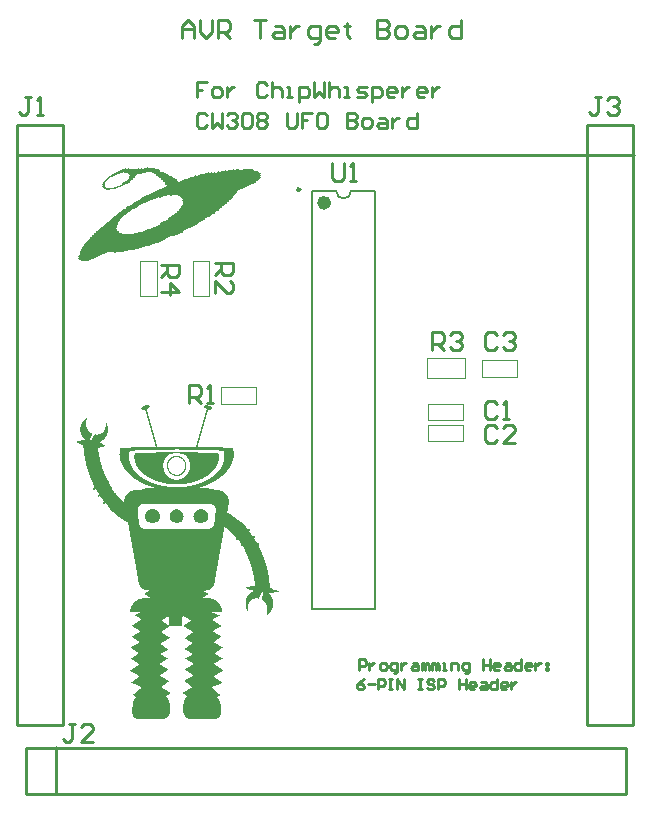
<source format=gto>
G04 Layer_Color=65535*
%FSLAX25Y25*%
%MOIN*%
G70*
G01*
G75*
%ADD17C,0.01000*%
%ADD29C,0.02362*%
%ADD30C,0.00984*%
%ADD31C,0.00787*%
%ADD32C,0.00394*%
G36*
X349809Y319917D02*
X350794D01*
Y319588D01*
X351123D01*
Y319260D01*
Y318931D01*
X350794D01*
Y318603D01*
X349809D01*
Y318274D01*
Y317946D01*
X349480D01*
Y317617D01*
Y317289D01*
Y316960D01*
X349152D01*
Y316632D01*
Y316303D01*
Y315975D01*
Y315646D01*
X348823D01*
Y315318D01*
Y314989D01*
Y314661D01*
X348495D01*
Y314332D01*
Y314004D01*
Y313675D01*
Y313347D01*
X348166D01*
Y313018D01*
Y312690D01*
Y312361D01*
X347838D01*
Y312033D01*
Y311704D01*
Y311376D01*
Y311047D01*
X347509D01*
Y310719D01*
Y310390D01*
Y310062D01*
X347181D01*
Y309733D01*
Y309405D01*
Y309076D01*
Y308748D01*
X346852D01*
Y308419D01*
Y308091D01*
Y307762D01*
X346524D01*
Y307434D01*
Y307105D01*
Y306777D01*
Y306448D01*
X354736D01*
Y306120D01*
X358021D01*
Y305791D01*
Y305463D01*
Y305134D01*
X358349D01*
Y304806D01*
Y304477D01*
Y304149D01*
Y303820D01*
Y303492D01*
Y303164D01*
Y302835D01*
Y302506D01*
X358021D01*
Y302178D01*
Y301850D01*
Y301521D01*
X357693D01*
Y301192D01*
Y300864D01*
Y300535D01*
X357364D01*
Y300207D01*
Y299879D01*
X357035D01*
Y299550D01*
Y299221D01*
X356707D01*
Y298893D01*
X356379D01*
Y298565D01*
X356050D01*
Y298236D01*
Y297907D01*
X355721D01*
Y297579D01*
X355393D01*
Y297251D01*
X355065D01*
Y296922D01*
X354736D01*
Y296594D01*
X354079D01*
Y296265D01*
X353751D01*
Y295937D01*
X353422D01*
Y295608D01*
X352765D01*
Y295280D01*
X352437D01*
Y294951D01*
X351780D01*
Y294623D01*
X351123D01*
Y294294D01*
X350466D01*
Y293966D01*
X349809D01*
Y293637D01*
X349152D01*
Y293309D01*
X348166D01*
Y292980D01*
X347181D01*
Y292652D01*
X350137D01*
Y292323D01*
X351780D01*
Y291995D01*
X353751D01*
Y291666D01*
X354736D01*
Y291338D01*
X355065D01*
Y291009D01*
X355393D01*
Y290681D01*
X355721D01*
Y290352D01*
X356050D01*
Y290024D01*
X356379D01*
Y289695D01*
Y289367D01*
Y289038D01*
X356707D01*
Y288710D01*
Y288381D01*
Y288053D01*
Y287724D01*
Y287396D01*
Y287067D01*
X356379D01*
Y286739D01*
Y286410D01*
Y286082D01*
Y285753D01*
Y285425D01*
Y285096D01*
X356050D01*
Y284768D01*
Y284439D01*
X356707D01*
Y284111D01*
X357364D01*
Y283782D01*
X357693D01*
Y283454D01*
X358021D01*
Y283125D01*
X358678D01*
Y282797D01*
X359007D01*
Y282468D01*
X359335D01*
Y282140D01*
X359992D01*
Y281811D01*
X360320D01*
Y281483D01*
X360649D01*
Y281154D01*
X360977D01*
Y280826D01*
X361306D01*
Y280497D01*
X361634D01*
Y280169D01*
X361963D01*
Y279840D01*
X362291D01*
Y279512D01*
X362620D01*
Y279183D01*
X362948D01*
Y278855D01*
X363934D01*
Y278526D01*
Y278198D01*
X363605D01*
Y277869D01*
X363934D01*
Y277541D01*
X364262D01*
Y277212D01*
Y276884D01*
X364591D01*
Y276555D01*
X365576D01*
Y276227D01*
Y275898D01*
X365248D01*
Y275570D01*
X365576D01*
Y275241D01*
Y274913D01*
X365905D01*
Y274584D01*
X366233D01*
Y274256D01*
X366890D01*
Y273927D01*
Y273599D01*
Y273270D01*
Y272942D01*
Y272613D01*
X367219D01*
Y272285D01*
Y271956D01*
X367547D01*
Y271628D01*
Y271300D01*
X367876D01*
Y270971D01*
Y270642D01*
Y270314D01*
X368204D01*
Y269986D01*
Y269657D01*
X368533D01*
Y269328D01*
Y269000D01*
Y268671D01*
X368861D01*
Y268343D01*
Y268015D01*
Y267686D01*
X369190D01*
Y267357D01*
Y267029D01*
Y266701D01*
X369518D01*
Y266372D01*
Y266043D01*
Y265715D01*
Y265387D01*
X369847D01*
Y265058D01*
Y264730D01*
Y264401D01*
Y264073D01*
Y263744D01*
X370175D01*
Y263416D01*
Y263087D01*
Y262759D01*
Y262430D01*
Y262102D01*
Y261773D01*
Y261445D01*
Y261116D01*
X370504D01*
Y260788D01*
Y260459D01*
Y260131D01*
Y259802D01*
Y259474D01*
X371161D01*
Y259145D01*
X371489D01*
Y258817D01*
X372146D01*
Y258488D01*
X372803D01*
Y258160D01*
X373460D01*
Y257831D01*
X371818D01*
Y257503D01*
X370175D01*
Y257174D01*
X370504D01*
Y256846D01*
X370832D01*
Y256517D01*
Y256189D01*
X371161D01*
Y255860D01*
Y255532D01*
X371489D01*
Y255203D01*
Y254875D01*
Y254546D01*
Y254218D01*
Y253889D01*
Y253561D01*
Y253232D01*
Y252904D01*
Y252575D01*
X371161D01*
Y252247D01*
Y251918D01*
X370832D01*
Y251590D01*
Y251261D01*
X370504D01*
Y250933D01*
X370175D01*
Y250604D01*
X369847D01*
Y250276D01*
X369518D01*
Y250604D01*
Y250933D01*
Y251261D01*
Y251590D01*
Y251918D01*
Y252247D01*
Y252575D01*
Y252904D01*
Y253232D01*
Y253561D01*
X369190D01*
Y253889D01*
Y254218D01*
X368861D01*
Y254546D01*
X368533D01*
Y254875D01*
X368204D01*
Y255203D01*
X367876D01*
Y255532D01*
Y255860D01*
Y256189D01*
Y256517D01*
X368204D01*
Y256846D01*
Y257174D01*
Y257503D01*
Y257831D01*
X367876D01*
Y257503D01*
X367547D01*
Y257174D01*
Y256846D01*
X367219D01*
Y256517D01*
Y256189D01*
X366890D01*
Y255860D01*
Y255532D01*
X366562D01*
Y255860D01*
X365576D01*
Y255532D01*
X364591D01*
Y255203D01*
X364262D01*
Y254875D01*
X363934D01*
Y254546D01*
X363605D01*
Y254218D01*
Y253889D01*
X363277D01*
Y253561D01*
Y253232D01*
Y252904D01*
Y252575D01*
Y252247D01*
Y251918D01*
Y251590D01*
X362948D01*
Y251918D01*
Y252247D01*
X362620D01*
Y252575D01*
Y252904D01*
Y253232D01*
Y253561D01*
X362291D01*
Y253889D01*
Y254218D01*
Y254546D01*
X362620D01*
Y254875D01*
Y255203D01*
Y255532D01*
Y255860D01*
X362948D01*
Y256189D01*
Y256517D01*
X363277D01*
Y256846D01*
X363605D01*
Y257174D01*
X363934D01*
Y257503D01*
X364262D01*
Y257831D01*
X364919D01*
Y258160D01*
Y258488D01*
X364262D01*
Y258817D01*
X363605D01*
Y259145D01*
X362948D01*
Y259474D01*
X362620D01*
Y259802D01*
X363934D01*
Y260131D01*
X365576D01*
Y260459D01*
Y260788D01*
Y261116D01*
Y261445D01*
Y261773D01*
X365248D01*
Y262102D01*
Y262430D01*
Y262759D01*
Y263087D01*
Y263416D01*
Y263744D01*
X364919D01*
Y264073D01*
Y264401D01*
Y264730D01*
Y265058D01*
X364591D01*
Y265387D01*
Y265715D01*
Y266043D01*
Y266372D01*
X364262D01*
Y266701D01*
Y267029D01*
Y267357D01*
X363934D01*
Y267686D01*
Y268015D01*
Y268343D01*
X363605D01*
Y268671D01*
Y269000D01*
X363277D01*
Y269328D01*
Y269657D01*
Y269986D01*
X362948D01*
Y270314D01*
Y270642D01*
X362620D01*
Y270971D01*
X362291D01*
Y271300D01*
X361963D01*
Y271628D01*
Y271956D01*
Y272285D01*
X361634D01*
Y272613D01*
Y272942D01*
X361306D01*
Y273270D01*
X360649D01*
Y273599D01*
Y273927D01*
Y274256D01*
X360320D01*
Y274584D01*
Y274913D01*
X359992D01*
Y275241D01*
X359007D01*
Y275570D01*
Y275898D01*
Y276227D01*
X358678D01*
Y276555D01*
X358349D01*
Y276884D01*
X358021D01*
Y277212D01*
X357693D01*
Y277541D01*
X357364D01*
Y277869D01*
X357035D01*
Y278198D01*
X356707D01*
Y278526D01*
X356379D01*
Y278855D01*
X356050D01*
Y279183D01*
X355393D01*
Y279512D01*
X355065D01*
Y279183D01*
Y278855D01*
Y278526D01*
Y278198D01*
Y277869D01*
X354736D01*
Y277541D01*
Y277212D01*
Y276884D01*
Y276555D01*
Y276227D01*
Y275898D01*
X354408D01*
Y275570D01*
Y275241D01*
Y274913D01*
Y274584D01*
Y274256D01*
X354079D01*
Y273927D01*
Y273599D01*
Y273270D01*
Y272942D01*
Y272613D01*
Y272285D01*
X353751D01*
Y271956D01*
Y271628D01*
Y271300D01*
Y270971D01*
Y270642D01*
X353422D01*
Y270314D01*
Y269986D01*
Y269657D01*
Y269328D01*
Y269000D01*
Y268671D01*
X353094D01*
Y268343D01*
Y268015D01*
Y267686D01*
Y267357D01*
Y267029D01*
Y266701D01*
X352765D01*
Y266372D01*
Y266043D01*
Y265715D01*
Y265387D01*
Y265058D01*
X352437D01*
Y264730D01*
Y264401D01*
Y264073D01*
Y263744D01*
Y263416D01*
Y263087D01*
X352108D01*
Y262759D01*
Y262430D01*
Y262102D01*
Y261773D01*
Y261445D01*
Y261116D01*
X351780D01*
Y260788D01*
Y260459D01*
Y260131D01*
X351451D01*
Y259802D01*
X351123D01*
Y259474D01*
X350794D01*
Y259145D01*
X350466D01*
Y258817D01*
X350137D01*
Y258488D01*
X349152D01*
Y258160D01*
X348495D01*
Y257831D01*
X349152D01*
Y257503D01*
X349809D01*
Y257174D01*
Y256846D01*
X349152D01*
Y256517D01*
X348823D01*
Y256189D01*
X348166D01*
Y255860D01*
X350794D01*
Y255532D01*
X351780D01*
Y255203D01*
X352437D01*
Y254875D01*
X352765D01*
Y254546D01*
X353094D01*
Y254218D01*
X353422D01*
Y253889D01*
X353751D01*
Y253561D01*
Y253232D01*
X354079D01*
Y252904D01*
Y252575D01*
X354408D01*
Y252247D01*
Y251918D01*
Y251590D01*
Y251261D01*
X351123D01*
Y250933D01*
X352108D01*
Y250604D01*
X352765D01*
Y250276D01*
X353751D01*
Y249947D01*
X353094D01*
Y249619D01*
X352437D01*
Y249290D01*
X351780D01*
Y248962D01*
X351451D01*
Y248633D01*
Y248305D01*
X352108D01*
Y247976D01*
X352437D01*
Y247648D01*
X353094D01*
Y247319D01*
X353422D01*
Y246991D01*
X354079D01*
Y246662D01*
Y246334D01*
X353422D01*
Y246005D01*
X352765D01*
Y245677D01*
X352108D01*
Y245348D01*
X351780D01*
Y245020D01*
X351451D01*
Y244691D01*
X352108D01*
Y244363D01*
X352437D01*
Y244034D01*
X353094D01*
Y243706D01*
X353751D01*
Y243377D01*
X354079D01*
Y243049D01*
X353751D01*
Y242720D01*
X353422D01*
Y242392D01*
X352765D01*
Y242063D01*
X352437D01*
Y241735D01*
X352108D01*
Y241406D01*
X351780D01*
Y241078D01*
X352437D01*
Y240749D01*
X353094D01*
Y240421D01*
X353422D01*
Y240092D01*
X354079D01*
Y239764D01*
X354736D01*
Y239436D01*
X354079D01*
Y239107D01*
X353751D01*
Y238778D01*
X353422D01*
Y238450D01*
X352765D01*
Y238122D01*
X352437D01*
Y237793D01*
X352108D01*
Y237464D01*
X352437D01*
Y237136D01*
X353094D01*
Y236807D01*
X353422D01*
Y236479D01*
X354079D01*
Y236151D01*
X354408D01*
Y235822D01*
X354736D01*
Y235493D01*
X354079D01*
Y235165D01*
X353422D01*
Y234837D01*
X353094D01*
Y234508D01*
X352437D01*
Y234180D01*
X351780D01*
Y233851D01*
X352108D01*
Y233523D01*
X352437D01*
Y233194D01*
X353094D01*
Y232866D01*
X353422D01*
Y232537D01*
X354079D01*
Y232209D01*
X354408D01*
Y231880D01*
X354736D01*
Y231552D01*
X354408D01*
Y231223D01*
X353751D01*
Y230895D01*
X353094D01*
Y230566D01*
X352765D01*
Y230238D01*
X352108D01*
Y229909D01*
X351780D01*
Y229581D01*
X352108D01*
Y229252D01*
X352437D01*
Y228924D01*
X353094D01*
Y228595D01*
X353422D01*
Y228267D01*
X354079D01*
Y227938D01*
X354408D01*
Y227610D01*
X354079D01*
Y227281D01*
X353422D01*
Y226953D01*
X352437D01*
Y226624D01*
X351451D01*
Y226296D01*
X351123D01*
Y225967D01*
X351451D01*
Y225639D01*
X351780D01*
Y225310D01*
X352108D01*
Y224982D01*
X352437D01*
Y224653D01*
X352765D01*
Y224325D01*
X353094D01*
Y223996D01*
X353751D01*
Y223668D01*
Y223339D01*
X353094D01*
Y223011D01*
X352765D01*
Y222682D01*
X353094D01*
Y222354D01*
X353422D01*
Y222025D01*
Y221697D01*
X353751D01*
Y221368D01*
Y221040D01*
Y220711D01*
X354079D01*
Y220383D01*
Y220054D01*
Y219726D01*
Y219397D01*
Y219069D01*
Y218740D01*
Y218412D01*
Y218083D01*
Y217755D01*
Y217426D01*
Y217098D01*
X353751D01*
Y216769D01*
Y216441D01*
X353422D01*
Y216112D01*
X352765D01*
Y215784D01*
X343239D01*
Y216112D01*
X342582D01*
Y216441D01*
X342253D01*
Y216769D01*
Y217098D01*
X341925D01*
Y217426D01*
Y217755D01*
X341596D01*
Y218083D01*
Y218412D01*
Y218740D01*
Y219069D01*
Y219397D01*
Y219726D01*
Y220054D01*
Y220383D01*
Y220711D01*
X341925D01*
Y221040D01*
Y221368D01*
Y221697D01*
Y222025D01*
X342253D01*
Y222354D01*
Y222682D01*
X342582D01*
Y223011D01*
X342910D01*
Y223339D01*
X342582D01*
Y223668D01*
X342253D01*
Y223996D01*
X341596D01*
Y224325D01*
Y224653D01*
X342253D01*
Y224982D01*
X342910D01*
Y225310D01*
X343239D01*
Y225639D01*
X343896D01*
Y225967D01*
X344553D01*
Y226296D01*
X344224D01*
Y226624D01*
X343896D01*
Y226953D01*
X343567D01*
Y227281D01*
X343239D01*
Y227610D01*
X342582D01*
Y227938D01*
X342253D01*
Y228267D01*
Y228595D01*
X342582D01*
Y228924D01*
X343239D01*
Y229252D01*
X343896D01*
Y229581D01*
X344553D01*
Y229909D01*
X344881D01*
Y230238D01*
X344553D01*
Y230566D01*
X344224D01*
Y230895D01*
X343567D01*
Y231223D01*
X343239D01*
Y231552D01*
X342582D01*
Y231880D01*
X342253D01*
Y232209D01*
X342582D01*
Y232537D01*
X343239D01*
Y232866D01*
X343896D01*
Y233194D01*
X344224D01*
Y233523D01*
X344881D01*
Y233851D01*
Y234180D01*
X344553D01*
Y234508D01*
X343896D01*
Y234837D01*
X343239D01*
Y235165D01*
X342910D01*
Y235493D01*
X342253D01*
Y235822D01*
X342582D01*
Y236151D01*
X342910D01*
Y236479D01*
X343567D01*
Y236807D01*
X344224D01*
Y237136D01*
X344553D01*
Y237464D01*
Y237793D01*
X343896D01*
Y238122D01*
X343567D01*
Y238450D01*
X342910D01*
Y238778D01*
X342253D01*
Y239107D01*
Y239436D01*
X342910D01*
Y239764D01*
X343239D01*
Y240092D01*
X343567D01*
Y240421D01*
X344224D01*
Y240749D01*
X344553D01*
Y241078D01*
Y241406D01*
X343896D01*
Y241735D01*
X343239D01*
Y242063D01*
X342910D01*
Y242392D01*
X342253D01*
Y242720D01*
X342582D01*
Y243049D01*
X342910D01*
Y243377D01*
X343239D01*
Y243706D01*
X343896D01*
Y244034D01*
X344224D01*
Y244363D01*
X344881D01*
Y244691D01*
X344553D01*
Y245020D01*
X344224D01*
Y245348D01*
X343567D01*
Y245677D01*
X342910D01*
Y246005D01*
X342582D01*
Y246334D01*
X341925D01*
Y246662D01*
Y246991D01*
X342253D01*
Y247319D01*
X342910D01*
Y247648D01*
X343239D01*
Y247976D01*
X343896D01*
Y248305D01*
X344224D01*
Y248633D01*
X343567D01*
Y248962D01*
X343239D01*
Y249290D01*
X342582D01*
Y249619D01*
X341925D01*
Y249947D01*
X341596D01*
Y249619D01*
X341268D01*
Y249290D01*
Y248962D01*
Y248633D01*
Y248305D01*
Y247976D01*
Y247648D01*
Y247319D01*
Y246991D01*
Y246662D01*
X336669D01*
Y246334D01*
X336340D01*
Y246005D01*
X335683D01*
Y245677D01*
X335355D01*
Y245348D01*
X334698D01*
Y245020D01*
X334369D01*
Y244691D01*
Y244363D01*
X334698D01*
Y244034D01*
X335355D01*
Y243706D01*
X335683D01*
Y243377D01*
X336340D01*
Y243049D01*
X336997D01*
Y242720D01*
X336669D01*
Y242392D01*
X336012D01*
Y242063D01*
X335683D01*
Y241735D01*
X335026D01*
Y241406D01*
X334369D01*
Y241078D01*
X334041D01*
Y240749D01*
Y240421D01*
X334698D01*
Y240092D01*
X335026D01*
Y239764D01*
X335355D01*
Y239436D01*
X336012D01*
Y239107D01*
X336340D01*
Y238778D01*
X336012D01*
Y238450D01*
X335355D01*
Y238122D01*
X334698D01*
Y237793D01*
X334041D01*
Y237464D01*
Y237136D01*
X334698D01*
Y236807D01*
X335026D01*
Y236479D01*
X335683D01*
Y236151D01*
X336012D01*
Y235822D01*
X336340D01*
Y235493D01*
X335683D01*
Y235165D01*
X335355D01*
Y234837D01*
X334698D01*
Y234508D01*
X334369D01*
Y234180D01*
X333712D01*
Y233851D01*
Y233523D01*
X334369D01*
Y233194D01*
X334698D01*
Y232866D01*
X335355D01*
Y232537D01*
X336012D01*
Y232209D01*
X336340D01*
Y231880D01*
X336012D01*
Y231552D01*
X335683D01*
Y231223D01*
X335026D01*
Y230895D01*
X334698D01*
Y230566D01*
X334041D01*
Y230238D01*
X333712D01*
Y229909D01*
X334041D01*
Y229581D01*
X334698D01*
Y229252D01*
X335355D01*
Y228924D01*
X335683D01*
Y228595D01*
X336340D01*
Y228267D01*
X336669D01*
Y227938D01*
X336012D01*
Y227610D01*
X335683D01*
Y227281D01*
X335355D01*
Y226953D01*
X334698D01*
Y226624D01*
X334369D01*
Y226296D01*
Y225967D01*
X334698D01*
Y225639D01*
X335355D01*
Y225310D01*
X336012D01*
Y224982D01*
X336340D01*
Y224653D01*
X336997D01*
Y224325D01*
Y223996D01*
X336669D01*
Y223668D01*
X336012D01*
Y223339D01*
X335683D01*
Y223011D01*
X336012D01*
Y222682D01*
X336340D01*
Y222354D01*
Y222025D01*
X336669D01*
Y221697D01*
Y221368D01*
Y221040D01*
X336997D01*
Y220711D01*
Y220383D01*
Y220054D01*
Y219726D01*
Y219397D01*
Y219069D01*
Y218740D01*
Y218412D01*
Y218083D01*
Y217755D01*
Y217426D01*
X336669D01*
Y217098D01*
Y216769D01*
X336340D01*
Y216441D01*
X336012D01*
Y216112D01*
X335355D01*
Y215784D01*
X325829D01*
Y216112D01*
X325171D01*
Y216441D01*
X324843D01*
Y216769D01*
Y217098D01*
Y217426D01*
X324515D01*
Y217755D01*
Y218083D01*
Y218412D01*
Y218740D01*
Y219069D01*
Y219397D01*
Y219726D01*
X324843D01*
Y220054D01*
Y220383D01*
Y220711D01*
Y221040D01*
Y221368D01*
Y221697D01*
X325171D01*
Y222025D01*
Y222354D01*
X325500D01*
Y222682D01*
X325829D01*
Y223011D01*
X325500D01*
Y223339D01*
X325171D01*
Y223668D01*
X324843D01*
Y223996D01*
X325500D01*
Y224325D01*
X325829D01*
Y224653D01*
X326157D01*
Y224982D01*
X326485D01*
Y225310D01*
X326814D01*
Y225639D01*
X327471D01*
Y225967D01*
Y226296D01*
X327143D01*
Y226624D01*
X326485D01*
Y226953D01*
X325829D01*
Y227281D01*
X324843D01*
Y227610D01*
X324186D01*
Y227938D01*
X324843D01*
Y228267D01*
X325171D01*
Y228595D01*
X325500D01*
Y228924D01*
X326157D01*
Y229252D01*
X326485D01*
Y229581D01*
X326814D01*
Y229909D01*
X326485D01*
Y230238D01*
X326157D01*
Y230566D01*
X325500D01*
Y230895D01*
X324843D01*
Y231223D01*
X324186D01*
Y231552D01*
X323857D01*
Y231880D01*
X324515D01*
Y232209D01*
X324843D01*
Y232537D01*
X325500D01*
Y232866D01*
X325829D01*
Y233194D01*
X326485D01*
Y233523D01*
X326814D01*
Y233851D01*
X326485D01*
Y234180D01*
X326157D01*
Y234508D01*
X325500D01*
Y234837D01*
X325171D01*
Y235165D01*
X324515D01*
Y235493D01*
X324186D01*
Y235822D01*
Y236151D01*
X324843D01*
Y236479D01*
X325171D01*
Y236807D01*
X325829D01*
Y237136D01*
X326157D01*
Y237464D01*
X326485D01*
Y237793D01*
Y238122D01*
X325829D01*
Y238450D01*
X325500D01*
Y238778D01*
X324843D01*
Y239107D01*
X324515D01*
Y239436D01*
X324186D01*
Y239764D01*
X324515D01*
Y240092D01*
X325171D01*
Y240421D01*
X325829D01*
Y240749D01*
X326485D01*
Y241078D01*
X326814D01*
Y241406D01*
Y241735D01*
X326157D01*
Y242063D01*
X325829D01*
Y242392D01*
X325171D01*
Y242720D01*
X324843D01*
Y243049D01*
X324515D01*
Y243377D01*
X325171D01*
Y243706D01*
X325500D01*
Y244034D01*
X326157D01*
Y244363D01*
X326814D01*
Y244691D01*
X327143D01*
Y245020D01*
X326814D01*
Y245348D01*
X326485D01*
Y245677D01*
X325829D01*
Y246005D01*
X325171D01*
Y246334D01*
X324843D01*
Y246662D01*
X324515D01*
Y246991D01*
X325171D01*
Y247319D01*
X325500D01*
Y247648D01*
X326157D01*
Y247976D01*
X326485D01*
Y248305D01*
X327143D01*
Y248633D01*
X327471D01*
Y248962D01*
X327143D01*
Y249290D01*
X326814D01*
Y249619D01*
X326157D01*
Y249947D01*
X325500D01*
Y250276D01*
X325829D01*
Y250604D01*
X326485D01*
Y250933D01*
X327143D01*
Y251261D01*
X323857D01*
Y251590D01*
Y251918D01*
Y252247D01*
X324186D01*
Y252575D01*
Y252904D01*
Y253232D01*
X324515D01*
Y253561D01*
X324843D01*
Y253889D01*
Y254218D01*
X325171D01*
Y254546D01*
X325500D01*
Y254875D01*
X326157D01*
Y255203D01*
X326485D01*
Y255532D01*
X327800D01*
Y255860D01*
X330427D01*
Y256189D01*
X329770D01*
Y256517D01*
X329442D01*
Y256846D01*
X328785D01*
Y257174D01*
Y257503D01*
X329113D01*
Y257831D01*
X329770D01*
Y258160D01*
X330099D01*
Y258488D01*
X329113D01*
Y258817D01*
X328456D01*
Y259145D01*
X327800D01*
Y259474D01*
X327471D01*
Y259802D01*
X327143D01*
Y260131D01*
Y260459D01*
X326814D01*
Y260788D01*
Y261116D01*
Y261445D01*
X326485D01*
Y261773D01*
Y262102D01*
Y262430D01*
Y262759D01*
Y263087D01*
Y263416D01*
X326157D01*
Y263744D01*
Y264073D01*
Y264401D01*
Y264730D01*
Y265058D01*
Y265387D01*
X325829D01*
Y265715D01*
Y266043D01*
Y266372D01*
Y266701D01*
Y267029D01*
Y267357D01*
X325500D01*
Y267686D01*
Y268015D01*
Y268343D01*
Y268671D01*
Y269000D01*
X325171D01*
Y269328D01*
Y269657D01*
Y269986D01*
Y270314D01*
Y270642D01*
Y270971D01*
X324843D01*
Y271300D01*
Y271628D01*
Y271956D01*
Y272285D01*
Y272613D01*
X324515D01*
Y272942D01*
Y273270D01*
Y273599D01*
Y273927D01*
Y274256D01*
Y274584D01*
X324186D01*
Y274913D01*
Y275241D01*
Y275570D01*
Y275898D01*
Y276227D01*
X323857D01*
Y276555D01*
Y276884D01*
Y277212D01*
Y277541D01*
Y277869D01*
Y278198D01*
X323529D01*
Y278526D01*
Y278855D01*
Y279183D01*
Y279512D01*
Y279840D01*
Y280169D01*
X323200D01*
Y280497D01*
Y280826D01*
Y281154D01*
Y281483D01*
X322544D01*
Y281811D01*
X321887D01*
Y282140D01*
X321558D01*
Y282468D01*
X320901D01*
Y282797D01*
X320573D01*
Y283125D01*
X319916D01*
Y283454D01*
X319587D01*
Y283782D01*
X319259D01*
Y284111D01*
X318930D01*
Y284439D01*
X318602D01*
Y284768D01*
X317945D01*
Y285096D01*
X317616D01*
Y285425D01*
X317288D01*
Y285753D01*
X316959D01*
Y286082D01*
X316631D01*
Y286410D01*
X316302D01*
Y286739D01*
Y287067D01*
X315974D01*
Y287396D01*
X315645D01*
Y287724D01*
X315317D01*
Y287396D01*
X314660D01*
Y287724D01*
Y288053D01*
X314988D01*
Y288381D01*
X314660D01*
Y288710D01*
Y289038D01*
X314331D01*
Y289367D01*
X314003D01*
Y289695D01*
X313674D01*
Y290024D01*
X313346D01*
Y289695D01*
X313017D01*
Y290024D01*
Y290352D01*
X313346D01*
Y290681D01*
Y291009D01*
X313017D01*
Y291338D01*
X312689D01*
Y291666D01*
Y291995D01*
X312360D01*
Y292323D01*
X312032D01*
Y291995D01*
X311375D01*
Y292323D01*
Y292652D01*
X311703D01*
Y292980D01*
Y293309D01*
Y293637D01*
X311375D01*
Y293966D01*
Y294294D01*
Y294623D01*
X311046D01*
Y294951D01*
Y295280D01*
X310718D01*
Y295608D01*
Y295937D01*
X310389D01*
Y296265D01*
Y296594D01*
Y296922D01*
X310061D01*
Y297251D01*
Y297579D01*
Y297907D01*
X309732D01*
Y298236D01*
Y298565D01*
Y298893D01*
X309404D01*
Y299221D01*
Y299550D01*
Y299879D01*
X309075D01*
Y300207D01*
Y300535D01*
Y300864D01*
Y301192D01*
Y301521D01*
X308747D01*
Y301850D01*
Y302178D01*
Y302506D01*
Y302835D01*
Y303164D01*
X308418D01*
Y303492D01*
Y303820D01*
Y304149D01*
Y304477D01*
Y304806D01*
Y305134D01*
Y305463D01*
Y305791D01*
Y306120D01*
X308090D01*
Y306448D01*
Y306777D01*
Y307105D01*
X307433D01*
Y307434D01*
X306776D01*
Y307762D01*
X306119D01*
Y308091D01*
Y308419D01*
X307433D01*
Y308748D01*
X308747D01*
Y309076D01*
X308418D01*
Y309405D01*
X308090D01*
Y309733D01*
X307761D01*
Y310062D01*
Y310390D01*
X307433D01*
Y310719D01*
Y311047D01*
Y311376D01*
X307104D01*
Y311704D01*
Y312033D01*
Y312361D01*
Y312690D01*
Y313018D01*
X307433D01*
Y313347D01*
Y313675D01*
Y314004D01*
X307761D01*
Y314332D01*
Y314661D01*
X308090D01*
Y314989D01*
X308418D01*
Y315318D01*
X308747D01*
Y315646D01*
X309075D01*
Y315975D01*
X309404D01*
Y315646D01*
Y315318D01*
X309075D01*
Y314989D01*
Y314661D01*
Y314332D01*
Y314004D01*
Y313675D01*
Y313347D01*
Y313018D01*
X309404D01*
Y312690D01*
Y312361D01*
X309732D01*
Y312033D01*
Y311704D01*
X310061D01*
Y311376D01*
X310389D01*
Y311047D01*
X311046D01*
Y310719D01*
Y310390D01*
Y310062D01*
X310718D01*
Y309733D01*
Y309405D01*
X310389D01*
Y309076D01*
Y308748D01*
X311046D01*
Y309076D01*
Y309405D01*
X311375D01*
Y309733D01*
Y310062D01*
X311703D01*
Y310390D01*
X312032D01*
Y310719D01*
X312360D01*
Y310390D01*
X313017D01*
Y310719D01*
X314003D01*
Y311047D01*
X314660D01*
Y311376D01*
X314988D01*
Y311704D01*
Y312033D01*
X315317D01*
Y312361D01*
Y312690D01*
Y313018D01*
X315645D01*
Y313347D01*
Y313675D01*
Y314004D01*
Y314332D01*
X315974D01*
Y314004D01*
Y313675D01*
Y313347D01*
X316302D01*
Y313018D01*
Y312690D01*
Y312361D01*
Y312033D01*
Y311704D01*
Y311376D01*
Y311047D01*
X315974D01*
Y310719D01*
Y310390D01*
Y310062D01*
X315645D01*
Y309733D01*
X315317D01*
Y309405D01*
Y309076D01*
X314988D01*
Y308748D01*
X314331D01*
Y308419D01*
X314003D01*
Y308091D01*
X313674D01*
Y307762D01*
X314331D01*
Y307434D01*
X314660D01*
Y307105D01*
X315317D01*
Y306777D01*
X314988D01*
Y306448D01*
X313674D01*
Y306120D01*
X313017D01*
Y305791D01*
Y305463D01*
Y305134D01*
Y304806D01*
X313346D01*
Y304477D01*
Y304149D01*
Y303820D01*
Y303492D01*
Y303164D01*
Y302835D01*
X313674D01*
Y302506D01*
Y302178D01*
Y301850D01*
Y301521D01*
Y301192D01*
X314003D01*
Y300864D01*
Y300535D01*
Y300207D01*
X314331D01*
Y299879D01*
Y299550D01*
Y299221D01*
Y298893D01*
X314660D01*
Y298565D01*
Y298236D01*
X314988D01*
Y297907D01*
Y297579D01*
Y297251D01*
X315317D01*
Y296922D01*
Y296594D01*
X315645D01*
Y296265D01*
Y295937D01*
X315974D01*
Y295608D01*
Y295280D01*
X316302D01*
Y294951D01*
X316631D01*
Y294623D01*
Y294294D01*
Y293966D01*
X316959D01*
Y293637D01*
X317288D01*
Y293309D01*
X317616D01*
Y292980D01*
X317945D01*
Y292652D01*
Y292323D01*
Y291995D01*
X318273D01*
Y291666D01*
X318602D01*
Y291338D01*
Y291009D01*
X319259D01*
Y290681D01*
Y290352D01*
X319587D01*
Y290024D01*
X319916D01*
Y289695D01*
X320244D01*
Y289367D01*
X320573D01*
Y289038D01*
X320901D01*
Y288710D01*
X321230D01*
Y288381D01*
X321558D01*
Y288053D01*
X321887D01*
Y288381D01*
Y288710D01*
Y289038D01*
X322215D01*
Y289367D01*
Y289695D01*
Y290024D01*
X322544D01*
Y290352D01*
X322872D01*
Y290681D01*
X323200D01*
Y291009D01*
X323529D01*
Y291338D01*
X323857D01*
Y291666D01*
X324843D01*
Y291995D01*
X327800D01*
Y292323D01*
X328785D01*
Y292652D01*
X331741D01*
Y292980D01*
X330756D01*
Y293309D01*
X329770D01*
Y293637D01*
X328785D01*
Y293966D01*
X328128D01*
Y294294D01*
X327471D01*
Y294623D01*
X326814D01*
Y294951D01*
X326485D01*
Y295280D01*
X325829D01*
Y295608D01*
X325171D01*
Y295937D01*
X324843D01*
Y296265D01*
X324515D01*
Y296594D01*
X324186D01*
Y296922D01*
X323857D01*
Y297251D01*
X323529D01*
Y297579D01*
X323200D01*
Y297907D01*
X322872D01*
Y298236D01*
X322544D01*
Y298565D01*
X322215D01*
Y298893D01*
X321887D01*
Y299221D01*
Y299550D01*
X321558D01*
Y299879D01*
Y300207D01*
X321230D01*
Y300535D01*
Y300864D01*
X320901D01*
Y301192D01*
Y301521D01*
X320573D01*
Y301850D01*
Y302178D01*
Y302506D01*
Y302835D01*
Y303164D01*
Y303492D01*
X320244D01*
Y303820D01*
Y304149D01*
X320573D01*
Y304477D01*
Y304806D01*
Y305134D01*
Y305463D01*
Y305791D01*
Y306120D01*
X324186D01*
Y306448D01*
X332398D01*
Y306777D01*
X332070D01*
Y307105D01*
Y307434D01*
Y307762D01*
Y308091D01*
X331741D01*
Y308419D01*
Y308748D01*
Y309076D01*
X331413D01*
Y309405D01*
Y309733D01*
Y310062D01*
Y310390D01*
X331084D01*
Y310719D01*
Y311047D01*
Y311376D01*
X330756D01*
Y311704D01*
Y312033D01*
Y312361D01*
Y312690D01*
X330427D01*
Y313018D01*
Y313347D01*
Y313675D01*
X330099D01*
Y314004D01*
Y314332D01*
Y314661D01*
Y314989D01*
X329770D01*
Y315318D01*
Y315646D01*
Y315975D01*
X329442D01*
Y316303D01*
Y316632D01*
Y316960D01*
Y317289D01*
X329113D01*
Y317617D01*
Y317946D01*
Y318274D01*
X328785D01*
Y318603D01*
X327800D01*
Y318931D01*
X327471D01*
Y319260D01*
X327800D01*
Y319588D01*
X328128D01*
Y319917D01*
X328785D01*
Y320245D01*
X330099D01*
Y319917D01*
X330427D01*
Y319588D01*
X330099D01*
Y319260D01*
X329770D01*
Y318931D01*
X329442D01*
Y318603D01*
Y318274D01*
Y317946D01*
X329770D01*
Y317617D01*
Y317289D01*
Y316960D01*
Y316632D01*
X330099D01*
Y316303D01*
Y315975D01*
Y315646D01*
X330427D01*
Y315318D01*
Y314989D01*
Y314661D01*
Y314332D01*
X330756D01*
Y314004D01*
Y313675D01*
Y313347D01*
X331084D01*
Y313018D01*
Y312690D01*
Y312361D01*
Y312033D01*
X331413D01*
Y311704D01*
Y311376D01*
Y311047D01*
X331741D01*
Y310719D01*
Y310390D01*
Y310062D01*
Y309733D01*
X332070D01*
Y309405D01*
Y309076D01*
Y308748D01*
X332398D01*
Y308419D01*
Y308091D01*
Y307762D01*
Y307434D01*
X332727D01*
Y307105D01*
Y306777D01*
Y306448D01*
X345867D01*
Y306777D01*
Y307105D01*
X346195D01*
Y307434D01*
Y307762D01*
Y308091D01*
Y308419D01*
X346524D01*
Y308748D01*
Y309076D01*
Y309405D01*
X346852D01*
Y309733D01*
Y310062D01*
Y310390D01*
Y310719D01*
X347181D01*
Y311047D01*
Y311376D01*
Y311704D01*
X347509D01*
Y312033D01*
Y312361D01*
Y312690D01*
Y313018D01*
X347838D01*
Y313347D01*
Y313675D01*
Y314004D01*
X348166D01*
Y314332D01*
Y314661D01*
Y314989D01*
Y315318D01*
X348495D01*
Y315646D01*
Y315975D01*
Y316303D01*
X348823D01*
Y316632D01*
Y316960D01*
Y317289D01*
Y317617D01*
X349152D01*
Y317946D01*
Y318274D01*
Y318603D01*
X349480D01*
Y318931D01*
X349152D01*
Y319260D01*
X348495D01*
Y319588D01*
Y319917D01*
X348823D01*
Y320245D01*
X349809D01*
Y319917D01*
D02*
G37*
G36*
X329786Y399222D02*
X330347Y399483D01*
X330477Y399203D01*
X331038Y399464D01*
X331169Y399184D01*
X331730Y399445D01*
X331861Y399165D01*
X332142Y399296D01*
X332272Y399015D01*
X332553Y399146D01*
X332684Y398866D01*
X332964Y398996D01*
X333095Y398716D01*
X333376Y398847D01*
X333506Y398566D01*
X333787Y398697D01*
X333918Y398416D01*
X334048Y398136D01*
X334329Y398267D01*
X334460Y397986D01*
X334740Y398117D01*
X334871Y397836D01*
X335152Y397967D01*
X335282Y397687D01*
X335563Y397818D01*
X335694Y397537D01*
X335824Y397257D01*
X336105Y397387D01*
X336236Y397107D01*
X336516Y397238D01*
X336647Y396957D01*
X336928Y397088D01*
X337058Y396808D01*
X337189Y396527D01*
X337470Y396658D01*
X337600Y396377D01*
X337881Y396508D01*
X338012Y396228D01*
X338142Y395947D01*
X338423Y396078D01*
X338554Y395797D01*
X338834Y395928D01*
X338965Y395648D01*
X339096Y395367D01*
X339376Y395498D01*
X339507Y395217D01*
X339638Y394937D01*
X339918Y395068D01*
X340049Y394787D01*
X342013Y395703D01*
X342144Y395422D01*
X344107Y396338D01*
X344238Y396058D01*
X345921Y396842D01*
X346052Y396562D01*
X347454Y397216D01*
X347585Y396935D01*
X348988Y397589D01*
X349118Y397309D01*
X350240Y397832D01*
X350371Y397551D01*
X351213Y397944D01*
X351343Y397663D01*
X352185Y398056D01*
X352316Y397775D01*
X353438Y398298D01*
X353569Y398018D01*
X354410Y398410D01*
X354541Y398130D01*
X355663Y398653D01*
X355794Y398373D01*
X356635Y398765D01*
X356766Y398484D01*
X357607Y398877D01*
X357738Y398596D01*
X358580Y398989D01*
X358711Y398708D01*
X359552Y399101D01*
X359683Y398820D01*
X360244Y399082D01*
X360375Y398801D01*
X360936Y399063D01*
X361066Y398782D01*
X361627Y399044D01*
X361758Y398763D01*
X362319Y399025D01*
X362450Y398745D01*
X363011Y399006D01*
X363142Y398726D01*
X363703Y398987D01*
X363834Y398707D01*
X364114Y398837D01*
X364245Y398557D01*
X364806Y398819D01*
X364937Y398538D01*
X365217Y398669D01*
X365348Y398388D01*
X365629Y398519D01*
X365759Y398239D01*
X366040Y398370D01*
X366171Y398089D01*
X366451Y398220D01*
X366582Y397939D01*
X366862Y398070D01*
X366993Y397790D01*
X367124Y397509D01*
X367405Y397640D01*
X367535Y397359D01*
X367255Y397229D01*
X367386Y396948D01*
X367516Y396668D01*
X367236Y396537D01*
X367367Y396256D01*
X367086Y396126D01*
X367217Y395845D01*
X366656Y395583D01*
X366787Y395303D01*
X365945Y394911D01*
X366076Y394630D01*
X359344Y391491D01*
X359475Y391210D01*
X359194Y391079D01*
X359325Y390799D01*
X358764Y390537D01*
X358895Y390257D01*
X358053Y389864D01*
X358184Y389584D01*
X357623Y389322D01*
X357754Y389042D01*
X356913Y388650D01*
X357043Y388369D01*
X356202Y387977D01*
X356333Y387696D01*
X355491Y387304D01*
X355622Y387023D01*
X354500Y386500D01*
X354631Y386220D01*
X353509Y385696D01*
X353640Y385416D01*
X352237Y384762D01*
X352368Y384481D01*
X350685Y383697D01*
X350816Y383416D01*
X348852Y382500D01*
X348983Y382220D01*
X346459Y381043D01*
X346589Y380762D01*
X341540Y378408D01*
X341671Y378127D01*
X338305Y376558D01*
X338174Y376838D01*
X333125Y374484D01*
X332994Y374764D01*
X330189Y373456D01*
X330059Y373737D01*
X328095Y372821D01*
X327964Y373102D01*
X326562Y372448D01*
X326431Y372728D01*
X325028Y372074D01*
X324898Y372355D01*
X323776Y371832D01*
X323645Y372112D01*
X322523Y371589D01*
X322392Y371869D01*
X321551Y371477D01*
X321420Y371758D01*
X320578Y371365D01*
X320447Y371646D01*
X319606Y371253D01*
X319475Y371534D01*
X318634Y371141D01*
X318503Y371422D01*
X317942Y371160D01*
X317811Y371441D01*
X317250Y371179D01*
X317119Y371460D01*
X316558Y371198D01*
X316427Y371479D01*
X309696Y368339D01*
X309565Y368620D01*
X308723Y368227D01*
X308592Y368508D01*
X308031Y368246D01*
X307901Y368527D01*
X307620Y368396D01*
X307489Y368676D01*
X307209Y368546D01*
X307078Y368826D01*
X306798Y368695D01*
X306667Y368976D01*
X306536Y369256D01*
X306816Y369387D01*
X306686Y369668D01*
X306555Y369948D01*
X306835Y370079D01*
X306704Y370359D01*
X306985Y370490D01*
X306854Y370771D01*
X307135Y370902D01*
X307004Y371182D01*
X307284Y371313D01*
X307154Y371593D01*
X307434Y371724D01*
X307303Y372005D01*
X307584Y372135D01*
X307453Y372416D01*
X308014Y372678D01*
X307883Y372958D01*
X308444Y373220D01*
X308313Y373500D01*
X308594Y373631D01*
X308463Y373911D01*
X309024Y374173D01*
X308893Y374454D01*
X309735Y374846D01*
X309604Y375127D01*
X310165Y375388D01*
X310034Y375669D01*
X310595Y375930D01*
X310464Y376211D01*
X311306Y376603D01*
X311175Y376884D01*
X312017Y377276D01*
X311886Y377556D01*
X312727Y377949D01*
X312597Y378229D01*
X313438Y378622D01*
X313307Y378902D01*
X314149Y379295D01*
X314018Y379575D01*
X315140Y380098D01*
X315009Y380379D01*
X316131Y380902D01*
X316000Y381183D01*
X317122Y381706D01*
X316991Y381986D01*
X317833Y382379D01*
X317702Y382659D01*
X318824Y383182D01*
X318693Y383463D01*
X319815Y383986D01*
X319685Y384267D01*
X321087Y384921D01*
X320956Y385201D01*
X322639Y385986D01*
X322509Y386266D01*
X324753Y387313D01*
X324622Y387593D01*
X327427Y388901D01*
X327296Y389182D01*
X336272Y393367D01*
X336141Y393648D01*
X336010Y393928D01*
X335730Y393798D01*
X335599Y394078D01*
X335468Y394359D01*
X335337Y394639D01*
X335057Y394508D01*
X334926Y394789D01*
X334795Y395069D01*
X334665Y395350D01*
X334384Y395219D01*
X334253Y395499D01*
X334122Y395780D01*
X333992Y396060D01*
X333711Y395930D01*
X333580Y396210D01*
X333450Y396491D01*
X333169Y396360D01*
X333038Y396640D01*
X332908Y396921D01*
X332627Y396790D01*
X332496Y397071D01*
X332365Y397351D01*
X332085Y397220D01*
X331954Y397501D01*
X331823Y397781D01*
X331543Y397651D01*
X331412Y397931D01*
X331132Y397800D01*
X331001Y398081D01*
X330440Y397819D01*
X330309Y398100D01*
X329748Y397838D01*
X329617Y398118D01*
X328776Y397726D01*
X328645Y398007D01*
X327523Y397483D01*
X327392Y397764D01*
X325709Y396979D01*
X325840Y396699D01*
X325559Y396568D01*
X325690Y396287D01*
X324849Y395895D01*
X324979Y395614D01*
X323857Y395091D01*
X323988Y394811D01*
X318939Y392456D01*
X318808Y392737D01*
X317686Y392214D01*
X317555Y392494D01*
X316714Y392102D01*
X316583Y392382D01*
X316022Y392121D01*
X315891Y392401D01*
X315611Y392270D01*
X315480Y392551D01*
X315200Y392420D01*
X315069Y392701D01*
X314788Y392570D01*
X314657Y392850D01*
X314527Y393131D01*
X314396Y393411D01*
X314676Y393542D01*
X314546Y393823D01*
X314415Y394103D01*
X314976Y394365D01*
X314845Y394645D01*
X315126Y394776D01*
X314995Y395056D01*
X315836Y395449D01*
X315705Y395729D01*
X316547Y396122D01*
X316416Y396402D01*
X318099Y397187D01*
X317968Y397467D01*
X320773Y398776D01*
X320904Y398495D01*
X322587Y399280D01*
X322718Y398999D01*
X323559Y399392D01*
X323690Y399111D01*
X324251Y399373D01*
X324382Y399092D01*
X324943Y399354D01*
X325074Y399073D01*
X325354Y399204D01*
X325485Y398924D01*
X325766Y399055D01*
X325897Y398774D01*
X326738Y399166D01*
X326869Y398886D01*
X327710Y399278D01*
X327841Y398998D01*
X328683Y399390D01*
X328813Y399110D01*
X329655Y399502D01*
X329786Y399222D01*
D02*
G37*
%LPC*%
G36*
X351123Y287396D02*
X327471D01*
Y287067D01*
X327143D01*
Y286739D01*
X326814D01*
Y286410D01*
X326485D01*
Y286082D01*
Y285753D01*
Y285425D01*
Y285096D01*
Y284768D01*
Y284439D01*
Y284111D01*
Y283782D01*
Y283454D01*
Y283125D01*
Y282797D01*
Y282468D01*
X326814D01*
Y282140D01*
Y281811D01*
Y281483D01*
Y281154D01*
Y280826D01*
Y280497D01*
Y280169D01*
X327143D01*
Y279840D01*
Y279512D01*
X327471D01*
Y279183D01*
X328128D01*
Y278855D01*
X350466D01*
Y279183D01*
X351123D01*
Y279512D01*
X351451D01*
Y279840D01*
X351780D01*
Y280169D01*
Y280497D01*
Y280826D01*
Y281154D01*
Y281483D01*
X352108D01*
Y281811D01*
Y282140D01*
Y282468D01*
Y282797D01*
Y283125D01*
Y283454D01*
Y283782D01*
Y284111D01*
Y284439D01*
X352437D01*
Y284768D01*
Y285096D01*
Y285425D01*
Y285753D01*
Y286082D01*
X352108D01*
Y286410D01*
Y286739D01*
X351780D01*
Y287067D01*
X351123D01*
Y287396D01*
D02*
G37*
G36*
X340282Y305791D02*
X338640D01*
Y305463D01*
X325500D01*
Y305134D01*
X323857D01*
Y304806D01*
X323529D01*
Y304477D01*
Y304149D01*
Y303820D01*
Y303492D01*
Y303164D01*
Y302835D01*
Y302506D01*
Y302178D01*
Y301850D01*
Y301521D01*
X323857D01*
Y301192D01*
Y300864D01*
Y300535D01*
X324186D01*
Y300207D01*
Y299879D01*
X324515D01*
Y299550D01*
Y299221D01*
X324843D01*
Y298893D01*
Y298565D01*
X325171D01*
Y298236D01*
X325500D01*
Y297907D01*
X325829D01*
Y297579D01*
X326157D01*
Y297251D01*
X326485D01*
Y296922D01*
X326814D01*
Y296594D01*
X327143D01*
Y296265D01*
X327800D01*
Y295937D01*
X328128D01*
Y295608D01*
X328785D01*
Y295280D01*
X329442D01*
Y294951D01*
X330099D01*
Y294623D01*
X330756D01*
Y294294D01*
X331741D01*
Y293966D01*
X332727D01*
Y293637D01*
X334041D01*
Y293309D01*
X336012D01*
Y292980D01*
X342910D01*
Y293309D01*
X344553D01*
Y293637D01*
X345867D01*
Y293966D01*
X346852D01*
Y294294D01*
X347838D01*
Y294623D01*
X348495D01*
Y294951D01*
X349152D01*
Y295280D01*
X349809D01*
Y295608D01*
X350466D01*
Y295937D01*
X350794D01*
Y296265D01*
X351451D01*
Y296594D01*
X351780D01*
Y296922D01*
X352108D01*
Y297251D01*
X352437D01*
Y297579D01*
X352765D01*
Y297907D01*
X353094D01*
Y298236D01*
X353422D01*
Y298565D01*
X353751D01*
Y298893D01*
X354079D01*
Y299221D01*
Y299550D01*
X354408D01*
Y299879D01*
Y300207D01*
X354736D01*
Y300535D01*
Y300864D01*
Y301192D01*
X355065D01*
Y301521D01*
Y301850D01*
Y302178D01*
Y302506D01*
Y302835D01*
Y303164D01*
Y303492D01*
Y303820D01*
Y304149D01*
Y304477D01*
Y304806D01*
Y305134D01*
X353422D01*
Y305463D01*
X340282D01*
Y305791D01*
D02*
G37*
G36*
X336669Y249619D02*
X335683D01*
Y249290D01*
X335355D01*
Y248962D01*
X334698D01*
Y248633D01*
X334369D01*
Y248305D01*
X334698D01*
Y247976D01*
X335026D01*
Y247648D01*
X335683D01*
Y247319D01*
X336012D01*
Y246991D01*
X336669D01*
Y247319D01*
Y247648D01*
Y247976D01*
Y248305D01*
Y248633D01*
Y248962D01*
Y249290D01*
Y249619D01*
D02*
G37*
%LPD*%
G36*
X348166Y285425D02*
X348823D01*
Y285096D01*
X349152D01*
Y284768D01*
X349480D01*
Y284439D01*
X349809D01*
Y284111D01*
Y283782D01*
Y283454D01*
Y283125D01*
Y282797D01*
Y282468D01*
Y282140D01*
X349480D01*
Y281811D01*
X349152D01*
Y281483D01*
X348823D01*
Y281154D01*
X348166D01*
Y280826D01*
X346524D01*
Y281154D01*
X346195D01*
Y281483D01*
X345538D01*
Y281811D01*
Y282140D01*
X345210D01*
Y282468D01*
Y282797D01*
Y283125D01*
X344881D01*
Y283454D01*
X345210D01*
Y283782D01*
Y284111D01*
Y284439D01*
X345538D01*
Y284768D01*
X345867D01*
Y285096D01*
X346195D01*
Y285425D01*
X346852D01*
Y285753D01*
X348166D01*
Y285425D01*
D02*
G37*
G36*
X339954D02*
X340611D01*
Y285096D01*
X340939D01*
Y284768D01*
X341268D01*
Y284439D01*
X341596D01*
Y284111D01*
Y283782D01*
Y283454D01*
X341925D01*
Y283125D01*
X341596D01*
Y282797D01*
Y282468D01*
Y282140D01*
X341268D01*
Y281811D01*
Y281483D01*
X340611D01*
Y281154D01*
X340282D01*
Y280826D01*
X338640D01*
Y281154D01*
X337983D01*
Y281483D01*
X337654D01*
Y281811D01*
X337326D01*
Y282140D01*
X336997D01*
Y282468D01*
Y282797D01*
Y283125D01*
Y283454D01*
Y283782D01*
Y284111D01*
Y284439D01*
X337326D01*
Y284768D01*
X337654D01*
Y285096D01*
X337983D01*
Y285425D01*
X338640D01*
Y285753D01*
X339954D01*
Y285425D01*
D02*
G37*
G36*
X332070D02*
X332727D01*
Y285096D01*
X333055D01*
Y284768D01*
X333384D01*
Y284439D01*
Y284111D01*
X333712D01*
Y283782D01*
Y283454D01*
Y283125D01*
Y282797D01*
Y282468D01*
X333384D01*
Y282140D01*
Y281811D01*
X333055D01*
Y281483D01*
X332727D01*
Y281154D01*
X332070D01*
Y280826D01*
X330427D01*
Y281154D01*
X329770D01*
Y281483D01*
X329442D01*
Y281811D01*
X329113D01*
Y282140D01*
Y282468D01*
X328785D01*
Y282797D01*
Y283125D01*
Y283454D01*
Y283782D01*
Y284111D01*
X329113D01*
Y284439D01*
Y284768D01*
X329442D01*
Y285096D01*
X329770D01*
Y285425D01*
X330427D01*
Y285753D01*
X332070D01*
Y285425D01*
D02*
G37*
G36*
X346524Y304477D02*
X353094D01*
Y304149D01*
Y303820D01*
X353422D01*
Y303492D01*
Y303164D01*
Y302835D01*
Y302506D01*
Y302178D01*
Y301850D01*
Y301521D01*
X353094D01*
Y301192D01*
Y300864D01*
Y300535D01*
X352765D01*
Y300207D01*
Y299879D01*
X352437D01*
Y299550D01*
Y299221D01*
X352108D01*
Y298893D01*
X351780D01*
Y298565D01*
X351451D01*
Y298236D01*
X351123D01*
Y297907D01*
X350794D01*
Y297579D01*
X350466D01*
Y297251D01*
X350137D01*
Y296922D01*
X349809D01*
Y296594D01*
X349152D01*
Y296265D01*
X348495D01*
Y295937D01*
X348166D01*
Y295608D01*
X347181D01*
Y295280D01*
X346524D01*
Y294951D01*
X345538D01*
Y294623D01*
X344553D01*
Y294294D01*
X342910D01*
Y293966D01*
X335683D01*
Y294294D01*
X334369D01*
Y294623D01*
X333055D01*
Y294951D01*
X332070D01*
Y295280D01*
X331413D01*
Y295608D01*
X330756D01*
Y295937D01*
X330099D01*
Y296265D01*
X329442D01*
Y296594D01*
X329113D01*
Y296922D01*
X328456D01*
Y297251D01*
X328128D01*
Y297579D01*
X327800D01*
Y297907D01*
X327471D01*
Y298236D01*
X327143D01*
Y298565D01*
X326814D01*
Y298893D01*
X326485D01*
Y299221D01*
Y299550D01*
X326157D01*
Y299879D01*
X325829D01*
Y300207D01*
Y300535D01*
Y300864D01*
X325500D01*
Y301192D01*
Y301521D01*
Y301850D01*
Y302178D01*
X325171D01*
Y302506D01*
Y302835D01*
Y303164D01*
Y303492D01*
X325500D01*
Y303820D01*
Y304149D01*
Y304477D01*
X332398D01*
Y304806D01*
X346524D01*
Y304477D01*
D02*
G37*
%LPC*%
G36*
X340611D02*
X337983D01*
Y304149D01*
X337326D01*
Y303820D01*
X336669D01*
Y303492D01*
X336340D01*
Y303164D01*
X336012D01*
Y302835D01*
X335683D01*
Y302506D01*
X335355D01*
Y302178D01*
Y301850D01*
X335026D01*
Y301521D01*
Y301192D01*
Y300864D01*
X334698D01*
Y300535D01*
Y300207D01*
Y299879D01*
Y299550D01*
Y299221D01*
X335026D01*
Y298893D01*
Y298565D01*
Y298236D01*
Y297907D01*
X335355D01*
Y297579D01*
Y297251D01*
X335683D01*
Y296922D01*
X336012D01*
Y296594D01*
X336340D01*
Y296265D01*
X336669D01*
Y295937D01*
X337326D01*
Y295608D01*
X338311D01*
Y295280D01*
X340282D01*
Y295608D01*
X341268D01*
Y295937D01*
X341925D01*
Y296265D01*
X342253D01*
Y296594D01*
X342582D01*
Y296922D01*
X342910D01*
Y297251D01*
X343239D01*
Y297579D01*
Y297907D01*
X343567D01*
Y298236D01*
Y298565D01*
X343896D01*
Y298893D01*
Y299221D01*
Y299550D01*
Y299879D01*
Y300207D01*
Y300535D01*
Y300864D01*
Y301192D01*
X343567D01*
Y301521D01*
Y301850D01*
Y302178D01*
X343239D01*
Y302506D01*
X342910D01*
Y302835D01*
Y303164D01*
X342582D01*
Y303492D01*
X341925D01*
Y303820D01*
X341596D01*
Y304149D01*
X340611D01*
Y304477D01*
D02*
G37*
%LPD*%
G36*
Y302835D02*
X341268D01*
Y302506D01*
X341596D01*
Y302178D01*
X341925D01*
Y301850D01*
X342253D01*
Y301521D01*
Y301192D01*
X342582D01*
Y300864D01*
Y300535D01*
Y300207D01*
Y299879D01*
Y299550D01*
Y299221D01*
Y298893D01*
Y298565D01*
X342253D01*
Y298236D01*
Y297907D01*
X341925D01*
Y297579D01*
X341596D01*
Y297251D01*
X341268D01*
Y296922D01*
X340611D01*
Y296594D01*
X338311D01*
Y296922D01*
X337654D01*
Y297251D01*
X336997D01*
Y297579D01*
X336669D01*
Y297907D01*
Y298236D01*
X336340D01*
Y298565D01*
Y298893D01*
X336012D01*
Y299221D01*
Y299550D01*
Y299879D01*
Y300207D01*
Y300535D01*
Y300864D01*
Y301192D01*
X336340D01*
Y301521D01*
Y301850D01*
X336669D01*
Y302178D01*
X336997D01*
Y302506D01*
X337326D01*
Y302835D01*
X337983D01*
Y303164D01*
X340611D01*
Y302835D01*
D02*
G37*
%LPC*%
G36*
X340282D02*
X338311D01*
Y302506D01*
X337654D01*
Y302178D01*
X337326D01*
Y301850D01*
X336997D01*
Y301521D01*
X336669D01*
Y301192D01*
Y300864D01*
X336340D01*
Y300535D01*
Y300207D01*
Y299879D01*
Y299550D01*
Y299221D01*
X336669D01*
Y298893D01*
Y298565D01*
Y298236D01*
X336997D01*
Y297907D01*
X337326D01*
Y297579D01*
X337654D01*
Y297251D01*
X338640D01*
Y296922D01*
X340282D01*
Y297251D01*
X340939D01*
Y297579D01*
X341268D01*
Y297907D01*
X341596D01*
Y298236D01*
X341925D01*
Y298565D01*
Y298893D01*
X342253D01*
Y299221D01*
Y299550D01*
Y299879D01*
Y300207D01*
Y300535D01*
Y300864D01*
Y301192D01*
X341925D01*
Y301521D01*
X341596D01*
Y301850D01*
Y302178D01*
X340939D01*
Y302506D01*
X340282D01*
Y302835D01*
D02*
G37*
G36*
X321858Y397915D02*
X321016Y397523D01*
X320885Y397803D01*
X316678Y395841D01*
X316809Y395561D01*
X315967Y395168D01*
X316098Y394888D01*
X315537Y394626D01*
X315668Y394346D01*
X315387Y394215D01*
X315518Y393934D01*
X315237Y393804D01*
X315368Y393523D01*
X315499Y393243D01*
X315630Y392962D01*
X315761Y392682D01*
X316041Y392812D01*
X316172Y392532D01*
X316733Y392793D01*
X316864Y392513D01*
X317425Y392775D01*
X317555Y392494D01*
X318958Y393148D01*
X319089Y392868D01*
X321333Y393914D01*
X321202Y394195D01*
X322605Y394848D01*
X322474Y395129D01*
X323315Y395521D01*
X323184Y395802D01*
X323465Y395933D01*
X323334Y396213D01*
X323615Y396344D01*
X323484Y396624D01*
X323764Y396755D01*
X323634Y397036D01*
X323503Y397316D01*
X323222Y397185D01*
X323092Y397466D01*
X322961Y397746D01*
X322680Y397616D01*
X322549Y397896D01*
X321988Y397635D01*
X321858Y397915D01*
D02*
G37*
G36*
X337991Y390413D02*
X337150Y390020D01*
X337019Y390301D01*
X336458Y390039D01*
X336327Y390320D01*
X335205Y389796D01*
X335074Y390077D01*
X333672Y389423D01*
X333541Y389703D01*
X331017Y388526D01*
X330886Y388807D01*
X326398Y386714D01*
X326529Y386434D01*
X324004Y385256D01*
X324135Y384976D01*
X322732Y384322D01*
X322863Y384041D01*
X321741Y383518D01*
X321872Y383238D01*
X321030Y382845D01*
X321161Y382565D01*
X320600Y382303D01*
X320731Y382023D01*
X320170Y381761D01*
X320301Y381481D01*
X319740Y381219D01*
X319871Y380938D01*
X319590Y380808D01*
X319721Y380527D01*
X319440Y380396D01*
X319571Y380116D01*
X319291Y379985D01*
X319422Y379704D01*
X319552Y379424D01*
X319272Y379293D01*
X319403Y379013D01*
X319533Y378732D01*
X319664Y378452D01*
X319795Y378171D01*
X320075Y378302D01*
X320206Y378022D01*
X320337Y377741D01*
X320618Y377872D01*
X320748Y377591D01*
X321029Y377722D01*
X321160Y377442D01*
X321440Y377572D01*
X321571Y377292D01*
X322132Y377554D01*
X322263Y377273D01*
X322824Y377535D01*
X322955Y377254D01*
X323796Y377646D01*
X323927Y377366D01*
X324768Y377758D01*
X324899Y377478D01*
X326021Y378001D01*
X326152Y377721D01*
X327554Y378375D01*
X327685Y378094D01*
X330490Y379402D01*
X330621Y379121D01*
X333987Y380691D01*
X333856Y380972D01*
X336661Y382280D01*
X336531Y382560D01*
X337933Y383214D01*
X337802Y383495D01*
X338924Y384018D01*
X338793Y384298D01*
X339635Y384691D01*
X339504Y384971D01*
X340346Y385364D01*
X340215Y385644D01*
X340776Y385906D01*
X340645Y386186D01*
X340926Y386317D01*
X340795Y386597D01*
X341356Y386859D01*
X341225Y387140D01*
X341506Y387270D01*
X341375Y387551D01*
X341655Y387682D01*
X341524Y387962D01*
X341394Y388243D01*
X341263Y388523D01*
X341543Y388654D01*
X341412Y388934D01*
X341282Y389215D01*
X341001Y389084D01*
X340870Y389365D01*
X340740Y389645D01*
X340609Y389926D01*
X340328Y389795D01*
X340197Y390075D01*
X339917Y389945D01*
X339786Y390225D01*
X339225Y389964D01*
X339094Y390244D01*
X338814Y390113D01*
X338683Y390394D01*
X338122Y390132D01*
X337991Y390413D01*
D02*
G37*
%LPD*%
D17*
X476126Y213500D02*
Y413500D01*
Y213500D02*
X491500D01*
Y413500D01*
X476126D02*
X491500D01*
X476126Y403500D02*
X491874D01*
X289000Y190626D02*
X489000D01*
Y206000D01*
X289000D02*
X489000D01*
X289000Y190626D02*
Y206000D01*
X299000Y190626D02*
Y206374D01*
X286126Y213500D02*
Y413500D01*
Y213500D02*
X301500D01*
Y413500D01*
X286126D02*
X301500D01*
X286126Y403500D02*
X301874D01*
X476126D01*
X349332Y427829D02*
X346000D01*
Y425330D01*
X347666D01*
X346000D01*
Y422830D01*
X351831D02*
X353498D01*
X354331Y423664D01*
Y425330D01*
X353498Y426163D01*
X351831D01*
X350998Y425330D01*
Y423664D01*
X351831Y422830D01*
X355997Y426163D02*
Y422830D01*
Y424497D01*
X356830Y425330D01*
X357663Y426163D01*
X358496D01*
X369326Y426996D02*
X368493Y427829D01*
X366827D01*
X365993Y426996D01*
Y423664D01*
X366827Y422830D01*
X368493D01*
X369326Y423664D01*
X370992Y427829D02*
Y422830D01*
Y425330D01*
X371825Y426163D01*
X373491D01*
X374324Y425330D01*
Y422830D01*
X375990D02*
X377656D01*
X376823D01*
Y426163D01*
X375990D01*
X380156Y421164D02*
Y426163D01*
X382655D01*
X383488Y425330D01*
Y423664D01*
X382655Y422830D01*
X380156D01*
X385154Y427829D02*
Y422830D01*
X386820Y424497D01*
X388486Y422830D01*
Y427829D01*
X390152D02*
Y422830D01*
Y425330D01*
X390985Y426163D01*
X392652D01*
X393485Y425330D01*
Y422830D01*
X395151D02*
X396817D01*
X395984D01*
Y426163D01*
X395151D01*
X399316Y422830D02*
X401815D01*
X402648Y423664D01*
X401815Y424497D01*
X400149D01*
X399316Y425330D01*
X400149Y426163D01*
X402648D01*
X404314Y421164D02*
Y426163D01*
X406814D01*
X407647Y425330D01*
Y423664D01*
X406814Y422830D01*
X404314D01*
X411812D02*
X410146D01*
X409313Y423664D01*
Y425330D01*
X410146Y426163D01*
X411812D01*
X412645Y425330D01*
Y424497D01*
X409313D01*
X414311Y426163D02*
Y422830D01*
Y424497D01*
X415144Y425330D01*
X415977Y426163D01*
X416810D01*
X421809Y422830D02*
X420143D01*
X419310Y423664D01*
Y425330D01*
X420143Y426163D01*
X421809D01*
X422642Y425330D01*
Y424497D01*
X419310D01*
X424308Y426163D02*
Y422830D01*
Y424497D01*
X425141Y425330D01*
X425974Y426163D01*
X426807D01*
X349332Y416932D02*
X348499Y417765D01*
X346833D01*
X346000Y416932D01*
Y413599D01*
X346833Y412766D01*
X348499D01*
X349332Y413599D01*
X350998Y417765D02*
Y412766D01*
X352664Y414432D01*
X354331Y412766D01*
Y417765D01*
X355997Y416932D02*
X356830Y417765D01*
X358496D01*
X359329Y416932D01*
Y416098D01*
X358496Y415265D01*
X357663D01*
X358496D01*
X359329Y414432D01*
Y413599D01*
X358496Y412766D01*
X356830D01*
X355997Y413599D01*
X360995Y416932D02*
X361828Y417765D01*
X363494D01*
X364327Y416932D01*
Y413599D01*
X363494Y412766D01*
X361828D01*
X360995Y413599D01*
Y416932D01*
X365993D02*
X366827Y417765D01*
X368493D01*
X369326Y416932D01*
Y416098D01*
X368493Y415265D01*
X369326Y414432D01*
Y413599D01*
X368493Y412766D01*
X366827D01*
X365993Y413599D01*
Y414432D01*
X366827Y415265D01*
X365993Y416098D01*
Y416932D01*
X366827Y415265D02*
X368493D01*
X375990Y417765D02*
Y413599D01*
X376823Y412766D01*
X378489D01*
X379323Y413599D01*
Y417765D01*
X384321D02*
X380989D01*
Y415265D01*
X382655D01*
X380989D01*
Y412766D01*
X388486Y417765D02*
X386820D01*
X385987Y416932D01*
Y413599D01*
X386820Y412766D01*
X388486D01*
X389319Y413599D01*
Y416932D01*
X388486Y417765D01*
X395984D02*
Y412766D01*
X398483D01*
X399316Y413599D01*
Y414432D01*
X398483Y415265D01*
X395984D01*
X398483D01*
X399316Y416098D01*
Y416932D01*
X398483Y417765D01*
X395984D01*
X401815Y412766D02*
X403481D01*
X404314Y413599D01*
Y415265D01*
X403481Y416098D01*
X401815D01*
X400982Y415265D01*
Y413599D01*
X401815Y412766D01*
X406814Y416098D02*
X408480D01*
X409313Y415265D01*
Y412766D01*
X406814D01*
X405981Y413599D01*
X406814Y414432D01*
X409313D01*
X410979Y416098D02*
Y412766D01*
Y414432D01*
X411812Y415265D01*
X412645Y416098D01*
X413478D01*
X419310Y417765D02*
Y412766D01*
X416810D01*
X415977Y413599D01*
Y415265D01*
X416810Y416098D01*
X419310D01*
X334000Y367000D02*
X339998D01*
Y364001D01*
X338998Y363001D01*
X336999D01*
X335999Y364001D01*
Y367000D01*
Y365001D02*
X334000Y363001D01*
Y358003D02*
X339998D01*
X336999Y361002D01*
Y357003D01*
X445999Y343498D02*
X444999Y344498D01*
X443000D01*
X442000Y343498D01*
Y339500D01*
X443000Y338500D01*
X444999D01*
X445999Y339500D01*
X447998Y343498D02*
X448998Y344498D01*
X450997D01*
X451997Y343498D01*
Y342499D01*
X450997Y341499D01*
X449997D01*
X450997D01*
X451997Y340499D01*
Y339500D01*
X450997Y338500D01*
X448998D01*
X447998Y339500D01*
X424563Y338500D02*
Y344498D01*
X427562D01*
X428562Y343498D01*
Y341499D01*
X427562Y340499D01*
X424563D01*
X426562D02*
X428562Y338500D01*
X430561Y343498D02*
X431561Y344498D01*
X433560D01*
X434560Y343498D01*
Y342499D01*
X433560Y341499D01*
X432560D01*
X433560D01*
X434560Y340499D01*
Y339500D01*
X433560Y338500D01*
X431561D01*
X430561Y339500D01*
X445999Y312498D02*
X444999Y313498D01*
X443000D01*
X442000Y312498D01*
Y308500D01*
X443000Y307500D01*
X444999D01*
X445999Y308500D01*
X451997Y307500D02*
X447998D01*
X451997Y311499D01*
Y312498D01*
X450997Y313498D01*
X448998D01*
X447998Y312498D01*
X391000Y400998D02*
Y396000D01*
X392000Y395000D01*
X393999D01*
X394999Y396000D01*
Y400998D01*
X396998Y395000D02*
X398997D01*
X397998D01*
Y400998D01*
X396998Y399998D01*
X480649Y422948D02*
X478649D01*
X479649D01*
Y417950D01*
X478649Y416950D01*
X477650D01*
X476650Y417950D01*
X482648Y421948D02*
X483648Y422948D01*
X485647D01*
X486647Y421948D01*
Y420949D01*
X485647Y419949D01*
X484647D01*
X485647D01*
X486647Y418949D01*
Y417950D01*
X485647Y416950D01*
X483648D01*
X482648Y417950D01*
X305499Y213998D02*
X303499D01*
X304499D01*
Y209000D01*
X303499Y208000D01*
X302500D01*
X301500Y209000D01*
X311497Y208000D02*
X307498D01*
X311497Y211999D01*
Y212998D01*
X310497Y213998D01*
X308498D01*
X307498Y212998D01*
X290649Y422948D02*
X288649D01*
X289649D01*
Y417950D01*
X288649Y416950D01*
X287650D01*
X286650Y417950D01*
X292648Y416950D02*
X294647D01*
X293648D01*
Y422948D01*
X292648Y421948D01*
X343500Y321000D02*
Y326998D01*
X346499D01*
X347499Y325998D01*
Y323999D01*
X346499Y322999D01*
X343500D01*
X345499D02*
X347499Y321000D01*
X349498D02*
X351497D01*
X350498D01*
Y326998D01*
X349498Y325998D01*
X352000Y367500D02*
X357998D01*
Y364501D01*
X356998Y363501D01*
X354999D01*
X353999Y364501D01*
Y367500D01*
Y365501D02*
X352000Y363501D01*
Y357503D02*
Y361502D01*
X355999Y357503D01*
X356998D01*
X357998Y358503D01*
Y360502D01*
X356998Y361502D01*
X445999Y320498D02*
X444999Y321498D01*
X443000D01*
X442000Y320498D01*
Y316500D01*
X443000Y315500D01*
X444999D01*
X445999Y316500D01*
X447998Y315500D02*
X449997D01*
X448998D01*
Y321498D01*
X447998Y320498D01*
X401833Y228999D02*
X400666Y228416D01*
X399500Y227249D01*
Y226083D01*
X400083Y225500D01*
X401249D01*
X401833Y226083D01*
Y226666D01*
X401249Y227249D01*
X399500D01*
X402999D02*
X405331D01*
X406498Y225500D02*
Y228999D01*
X408247D01*
X408830Y228416D01*
Y227249D01*
X408247Y226666D01*
X406498D01*
X409997Y228999D02*
X411163D01*
X410580D01*
Y225500D01*
X409997D01*
X411163D01*
X412912D02*
Y228999D01*
X415245Y225500D01*
Y228999D01*
X419910D02*
X421076D01*
X420493D01*
Y225500D01*
X419910D01*
X421076D01*
X425158Y228416D02*
X424575Y228999D01*
X423409D01*
X422826Y228416D01*
Y227833D01*
X423409Y227249D01*
X424575D01*
X425158Y226666D01*
Y226083D01*
X424575Y225500D01*
X423409D01*
X422826Y226083D01*
X426325Y225500D02*
Y228999D01*
X428074D01*
X428657Y228416D01*
Y227249D01*
X428074Y226666D01*
X426325D01*
X433322Y228999D02*
Y225500D01*
Y227249D01*
X435655D01*
Y228999D01*
Y225500D01*
X438571D02*
X437404D01*
X436821Y226083D01*
Y227249D01*
X437404Y227833D01*
X438571D01*
X439154Y227249D01*
Y226666D01*
X436821D01*
X440903Y227833D02*
X442070D01*
X442653Y227249D01*
Y225500D01*
X440903D01*
X440320Y226083D01*
X440903Y226666D01*
X442653D01*
X446152Y228999D02*
Y225500D01*
X444402D01*
X443819Y226083D01*
Y227249D01*
X444402Y227833D01*
X446152D01*
X449067Y225500D02*
X447901D01*
X447318Y226083D01*
Y227249D01*
X447901Y227833D01*
X449067D01*
X449650Y227249D01*
Y226666D01*
X447318D01*
X450817Y227833D02*
Y225500D01*
Y226666D01*
X451400Y227249D01*
X451983Y227833D01*
X452566D01*
X341000Y442500D02*
Y446499D01*
X342999Y448498D01*
X344999Y446499D01*
Y442500D01*
Y445499D01*
X341000D01*
X346998Y448498D02*
Y444499D01*
X348997Y442500D01*
X350997Y444499D01*
Y448498D01*
X352996Y442500D02*
Y448498D01*
X355995D01*
X356995Y447498D01*
Y445499D01*
X355995Y444499D01*
X352996D01*
X354995D02*
X356995Y442500D01*
X364992Y448498D02*
X368991D01*
X366992D01*
Y442500D01*
X371990Y446499D02*
X373989D01*
X374989Y445499D01*
Y442500D01*
X371990D01*
X370990Y443500D01*
X371990Y444499D01*
X374989D01*
X376988Y446499D02*
Y442500D01*
Y444499D01*
X377988Y445499D01*
X378988Y446499D01*
X379987D01*
X384986Y440501D02*
X385985D01*
X386985Y441500D01*
Y446499D01*
X383986D01*
X382986Y445499D01*
Y443500D01*
X383986Y442500D01*
X386985D01*
X391984D02*
X389984D01*
X388984Y443500D01*
Y445499D01*
X389984Y446499D01*
X391984D01*
X392983Y445499D01*
Y444499D01*
X388984D01*
X395982Y447498D02*
Y446499D01*
X394983D01*
X396982D01*
X395982D01*
Y443500D01*
X396982Y442500D01*
X405979Y448498D02*
Y442500D01*
X408978D01*
X409978Y443500D01*
Y444499D01*
X408978Y445499D01*
X405979D01*
X408978D01*
X409978Y446499D01*
Y447498D01*
X408978Y448498D01*
X405979D01*
X412977Y442500D02*
X414976D01*
X415976Y443500D01*
Y445499D01*
X414976Y446499D01*
X412977D01*
X411977Y445499D01*
Y443500D01*
X412977Y442500D01*
X418975Y446499D02*
X420974D01*
X421974Y445499D01*
Y442500D01*
X418975D01*
X417975Y443500D01*
X418975Y444499D01*
X421974D01*
X423973Y446499D02*
Y442500D01*
Y444499D01*
X424973Y445499D01*
X425973Y446499D01*
X426972D01*
X433970Y448498D02*
Y442500D01*
X430971D01*
X429971Y443500D01*
Y445499D01*
X430971Y446499D01*
X433970D01*
X400000Y232000D02*
Y235499D01*
X401749D01*
X402333Y234916D01*
Y233749D01*
X401749Y233166D01*
X400000D01*
X403499Y234333D02*
Y232000D01*
Y233166D01*
X404082Y233749D01*
X404665Y234333D01*
X405248D01*
X407581Y232000D02*
X408747D01*
X409330Y232583D01*
Y233749D01*
X408747Y234333D01*
X407581D01*
X406998Y233749D01*
Y232583D01*
X407581Y232000D01*
X411663Y230834D02*
X412246D01*
X412829Y231417D01*
Y234333D01*
X411080D01*
X410497Y233749D01*
Y232583D01*
X411080Y232000D01*
X412829D01*
X413996Y234333D02*
Y232000D01*
Y233166D01*
X414579Y233749D01*
X415162Y234333D01*
X415745D01*
X418078D02*
X419244D01*
X419827Y233749D01*
Y232000D01*
X418078D01*
X417494Y232583D01*
X418078Y233166D01*
X419827D01*
X420993Y232000D02*
Y234333D01*
X421576D01*
X422159Y233749D01*
Y232000D01*
Y233749D01*
X422743Y234333D01*
X423326Y233749D01*
Y232000D01*
X424492D02*
Y234333D01*
X425075D01*
X425658Y233749D01*
Y232000D01*
Y233749D01*
X426241Y234333D01*
X426825Y233749D01*
Y232000D01*
X427991D02*
X429157D01*
X428574D01*
Y234333D01*
X427991D01*
X430907Y232000D02*
Y234333D01*
X432656D01*
X433239Y233749D01*
Y232000D01*
X435572Y230834D02*
X436155D01*
X436738Y231417D01*
Y234333D01*
X434989D01*
X434406Y233749D01*
Y232583D01*
X434989Y232000D01*
X436738D01*
X441403Y235499D02*
Y232000D01*
Y233749D01*
X443736D01*
Y235499D01*
Y232000D01*
X446652D02*
X445485D01*
X444902Y232583D01*
Y233749D01*
X445485Y234333D01*
X446652D01*
X447235Y233749D01*
Y233166D01*
X444902D01*
X448984Y234333D02*
X450150D01*
X450734Y233749D01*
Y232000D01*
X448984D01*
X448401Y232583D01*
X448984Y233166D01*
X450734D01*
X454233Y235499D02*
Y232000D01*
X452483D01*
X451900Y232583D01*
Y233749D01*
X452483Y234333D01*
X454233D01*
X457148Y232000D02*
X455982D01*
X455399Y232583D01*
Y233749D01*
X455982Y234333D01*
X457148D01*
X457731Y233749D01*
Y233166D01*
X455399D01*
X458898Y234333D02*
Y232000D01*
Y233166D01*
X459481Y233749D01*
X460064Y234333D01*
X460647D01*
X462396D02*
X462980D01*
Y233749D01*
X462396D01*
Y234333D01*
Y232583D02*
X462980D01*
Y232000D01*
X462396D01*
Y232583D01*
D29*
X389685Y387748D02*
G03*
X389685Y387748I-1181J0D01*
G01*
D30*
X380492Y392118D02*
G03*
X380492Y392118I-492J0D01*
G01*
D31*
X392500Y391685D02*
G03*
X397500Y391685I2500J0D01*
G01*
X384567Y252315D02*
X405433D01*
X397500Y391685D02*
X405433D01*
X384567D02*
X392500D01*
X405433Y252315D02*
Y391685D01*
X384567Y252315D02*
Y391685D01*
D32*
X327244Y356595D02*
X332756D01*
X327244Y368406D02*
X332756D01*
X327244Y356595D02*
Y368406D01*
X332756Y356595D02*
Y368406D01*
X441095Y329744D02*
X452906D01*
X441095Y335256D02*
X452906D01*
Y329744D02*
Y335256D01*
X441095Y329744D02*
Y335256D01*
X422764Y329153D02*
Y335846D01*
X435362Y329153D02*
Y335846D01*
X422764D02*
X435362D01*
X422764Y329153D02*
X435362D01*
X423095Y308244D02*
X434906D01*
X423095Y313756D02*
X434906D01*
Y308244D02*
Y313756D01*
X423095Y308244D02*
Y313756D01*
X365905Y320744D02*
Y326256D01*
X354095Y320744D02*
Y326256D01*
Y320744D02*
X365905D01*
X354095Y326256D02*
X365905D01*
X344744Y356594D02*
X350256D01*
X344744Y368406D02*
X350256D01*
X344744Y356594D02*
Y368406D01*
X350256Y356594D02*
Y368406D01*
X423095Y315244D02*
Y320756D01*
X434905Y315244D02*
Y320756D01*
X423095D02*
X434905D01*
X423095Y315244D02*
X434905D01*
M02*

</source>
